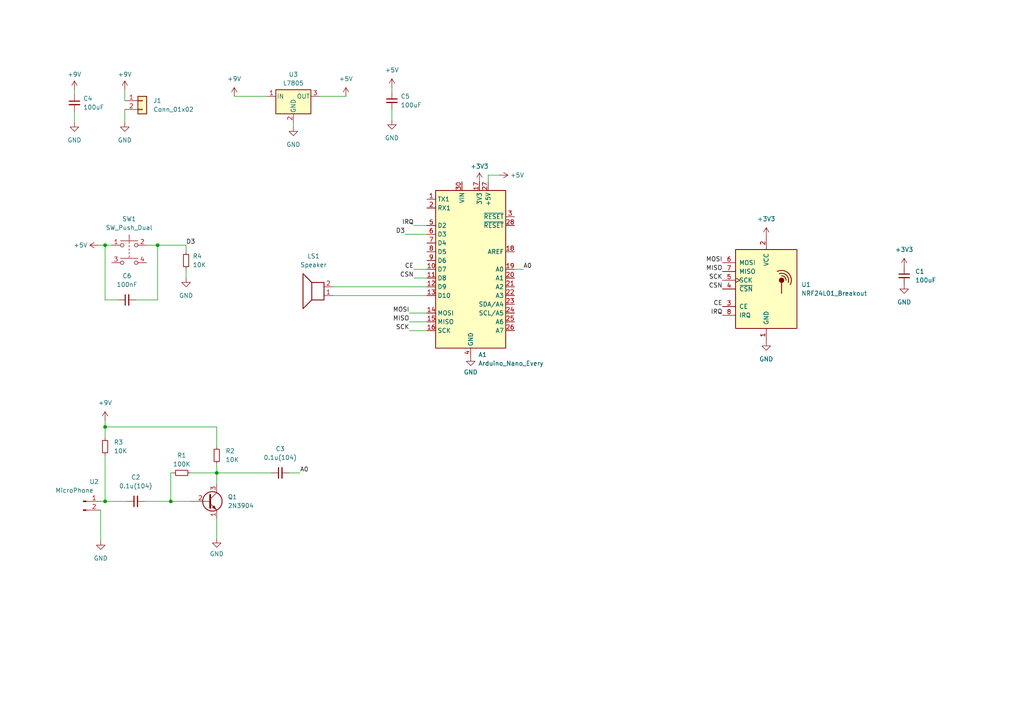
<source format=kicad_sch>
(kicad_sch (version 20230121) (generator eeschema)
  (paper "A4")
  (lib_symbols
    (symbol "Connector:Conn_01x02_Pin" (pin_names (offset 1.016) hide)
      (property "Reference" "J" (at 0 2.54 0))
      (property "Value" "Conn_01x02_Pin" (at 0 -5.08 0))
      (symbol "Conn_01x02_Pin_1_1"
        (polyline (pts (xy 1.27 -2.54) (xy 0.8636 -2.54)) (stroke (width 0.1524)))
        (polyline (pts (xy 1.27 0) (xy 0.8636 0)) (stroke (width 0.1524)))
        (rectangle (start 0.8636 -2.413) (end 0 -2.667) (stroke (width 0.1524)) (fill (type outline)))
        (rectangle (start 0.8636 0.127) (end 0 -0.127) (stroke (width 0.1524)) (fill (type outline)))
        (pin passive line (at 5.08 0 180) (length 3.81) (name "Pin_1") (number "1"))
        (pin passive line (at 5.08 -2.54 180) (length 3.81) (name "Pin_2") (number "2"))
      )
    )
    (symbol "Connector_Generic:Conn_01x02" (pin_names (offset 1.016) hide)
      (property "Reference" "J" (at 0 2.54 0))
      (property "Value" "Conn_01x02" (at 0 -5.08 0))
      (symbol "Conn_01x02_1_1"
        (rectangle (start -1.27 -2.413) (end 0 -2.667) (stroke (width 0.1524)))
        (rectangle (start -1.27 0.127) (end 0 -0.127) (stroke (width 0.1524)))
        (rectangle (start -1.27 1.27) (end 1.27 -3.81) (stroke (width 0.254)) (fill (type background)))
        (pin passive line (at -5.08 0 0) (length 3.81) (name "Pin_1") (number "1"))
        (pin passive line (at -5.08 -2.54 0) (length 3.81) (name "Pin_2") (number "2"))
      )
    )
    (symbol "Device:C_Small" (pin_numbers hide) (pin_names (offset 0.254) hide)
      (property "Reference" "C" (at 0.254 1.778 0))
      (property "Value" "C_Small" (at 0.254 -2.032 0))
      (symbol "C_Small_0_1"
        (polyline (pts (xy -1.524 -0.508) (xy 1.524 -0.508)) (stroke (width 0.3302)))
        (polyline (pts (xy -1.524 0.508) (xy 1.524 0.508)) (stroke (width 0.3048)))
      )
      (symbol "C_Small_1_1"
        (pin passive line (at 0 2.54 270) (length 2.032) (name "~") (number "1"))
        (pin passive line (at 0 -2.54 90) (length 2.032) (name "~") (number "2"))
      )
    )
    (symbol "Device:R_Small" (pin_numbers hide) (pin_names (offset 0.254) hide)
      (property "Reference" "R" (at 0.762 0.508 0))
      (property "Value" "R_Small" (at 0.762 -1.016 0))
      (symbol "R_Small_0_1"
        (rectangle (start -0.762 1.778) (end 0.762 -1.778) (stroke (width 0.2032)))
      )
      (symbol "R_Small_1_1"
        (pin passive line (at 0 2.54 270) (length 0.762) (name "~") (number "1"))
        (pin passive line (at 0 -2.54 90) (length 0.762) (name "~") (number "2"))
      )
    )
    (symbol "Device:Speaker" (pin_names (offset 0) hide)
      (property "Reference" "LS" (at 1.27 5.715 0))
      (property "Value" "Speaker" (at 1.27 3.81 0))
      (symbol "Speaker_0_0"
        (rectangle (start -2.54 1.27) (end 1.016 -3.81) (stroke (width 0.254)))
        (polyline (pts (xy 1.016 1.27) (xy 3.556 3.81) (xy 3.556 -6.35) (xy 1.016 -3.81)) (stroke (width 0.254)))
      )
      (symbol "Speaker_1_1"
        (pin input line (at -5.08 0 0) (length 2.54) (name "1") (number "1"))
        (pin input line (at -5.08 -2.54 0) (length 2.54) (name "2") (number "2"))
      )
    )
    (symbol "MCU_Module:Arduino_Nano_Every"
      (property "Reference" "A" (at -10.16 23.495 0))
      (property "Value" "Arduino_Nano_Every" (at 5.08 -24.13 0))
      (symbol "Arduino_Nano_Every_0_1"
        (rectangle (start -10.16 22.86) (end 10.16 -22.86) (stroke (width 0.254)) (fill (type background)))
      )
      (symbol "Arduino_Nano_Every_1_1"
        (pin bidirectional line (at -12.7 20.32 0) (length 2.54) (name "TX1") (number "1"))
        (pin bidirectional line (at -12.7 0 0) (length 2.54) (name "D7") (number "10"))
        (pin bidirectional line (at -12.7 -2.54 0) (length 2.54) (name "D8") (number "11"))
        (pin bidirectional line (at -12.7 -5.08 0) (length 2.54) (name "D9") (number "12"))
        (pin bidirectional line (at -12.7 -7.62 0) (length 2.54) (name "D10") (number "13"))
        (pin bidirectional line (at -12.7 -12.7 0) (length 2.54) (name "MOSI") (number "14"))
        (pin bidirectional line (at -12.7 -15.24 0) (length 2.54) (name "MISO") (number "15"))
        (pin bidirectional line (at -12.7 -17.78 0) (length 2.54) (name "SCK") (number "16"))
        (pin power_out line (at 2.54 25.4 270) (length 2.54) (name "3V3") (number "17"))
        (pin input line (at 12.7 5.08 180) (length 2.54) (name "AREF") (number "18"))
        (pin bidirectional line (at 12.7 0 180) (length 2.54) (name "A0") (number "19"))
        (pin bidirectional line (at -12.7 17.78 0) (length 2.54) (name "RX1") (number "2"))
        (pin bidirectional line (at 12.7 -2.54 180) (length 2.54) (name "A1") (number "20"))
        (pin bidirectional line (at 12.7 -5.08 180) (length 2.54) (name "A2") (number "21"))
        (pin bidirectional line (at 12.7 -7.62 180) (length 2.54) (name "A3") (number "22"))
        (pin bidirectional line (at 12.7 -10.16 180) (length 2.54) (name "SDA/A4") (number "23"))
        (pin bidirectional line (at 12.7 -12.7 180) (length 2.54) (name "SCL/A5") (number "24"))
        (pin bidirectional line (at 12.7 -15.24 180) (length 2.54) (name "A6") (number "25"))
        (pin bidirectional line (at 12.7 -17.78 180) (length 2.54) (name "A7") (number "26"))
        (pin power_out line (at 5.08 25.4 270) (length 2.54) (name "+5V") (number "27"))
        (pin input line (at 12.7 12.7 180) (length 2.54) (name "~{RESET}") (number "28"))
        (pin passive line (at 0 -25.4 90) (length 2.54) hide (name "GND") (number "29"))
        (pin input line (at 12.7 15.24 180) (length 2.54) (name "~{RESET}") (number "3"))
        (pin power_in line (at -2.54 25.4 270) (length 2.54) (name "VIN") (number "30"))
        (pin power_in line (at 0 -25.4 90) (length 2.54) (name "GND") (number "4"))
        (pin bidirectional line (at -12.7 12.7 0) (length 2.54) (name "D2") (number "5"))
        (pin bidirectional line (at -12.7 10.16 0) (length 2.54) (name "D3") (number "6"))
        (pin bidirectional line (at -12.7 7.62 0) (length 2.54) (name "D4") (number "7"))
        (pin bidirectional line (at -12.7 5.08 0) (length 2.54) (name "D5") (number "8"))
        (pin bidirectional line (at -12.7 2.54 0) (length 2.54) (name "D6") (number "9"))
      )
    )
    (symbol "RF:NRF24L01_Breakout" (pin_names (offset 1.016))
      (property "Reference" "U" (at -8.89 12.7 0))
      (property "Value" "NRF24L01_Breakout" (at 3.81 12.7 0))
      (symbol "NRF24L01_Breakout_0_1"
        (rectangle (start -8.89 11.43) (end 8.89 -11.43) (stroke (width 0.254)) (fill (type background)))
        (polyline (pts (xy 4.445 1.905) (xy 4.445 -1.27)) (stroke (width 0.254)))
        (circle (center 4.445 2.54) (radius 0.635) (stroke (width 0.254)) (fill (type outline)))
        (arc (start 5.715 2.54) (mid 5.3521 3.4546) (end 4.445 3.81) (stroke (width 0.254)))
        (arc (start 6.35 1.905) (mid 5.8763 3.9854) (end 3.81 4.445) (stroke (width 0.254)))
        (arc (start 6.985 1.27) (mid 6.453 4.548) (end 3.175 5.08) (stroke (width 0.254)))
      )
      (symbol "NRF24L01_Breakout_1_1"
        (pin power_in line (at 0 -15.24 90) (length 3.81) (name "GND") (number "1"))
        (pin power_in line (at 0 15.24 270) (length 3.81) (name "VCC") (number "2"))
        (pin input line (at -12.7 -5.08 0) (length 3.81) (name "CE") (number "3"))
        (pin input line (at -12.7 0 0) (length 3.81) (name "~{CSN}") (number "4"))
        (pin input clock (at -12.7 2.54 0) (length 3.81) (name "SCK") (number "5"))
        (pin input line (at -12.7 7.62 0) (length 3.81) (name "MOSI") (number "6"))
        (pin output line (at -12.7 5.08 0) (length 3.81) (name "MISO") (number "7"))
        (pin output line (at -12.7 -7.62 0) (length 3.81) (name "IRQ") (number "8"))
      )
    )
    (symbol "Regulator_Linear:L7805" (pin_names (offset 0.254))
      (property "Reference" "U" (at -3.81 3.175 0))
      (property "Value" "L7805" (at 0 3.175 0))
      (symbol "L7805_0_1"
        (rectangle (start -5.08 1.905) (end 5.08 -5.08) (stroke (width 0.254)) (fill (type background)))
      )
      (symbol "L7805_1_1"
        (pin power_in line (at -7.62 0 0) (length 2.54) (name "IN") (number "1"))
        (pin power_in line (at 0 -7.62 90) (length 2.54) (name "GND") (number "2"))
        (pin power_out line (at 7.62 0 180) (length 2.54) (name "OUT") (number "3"))
      )
    )
    (symbol "Switch:SW_Push_Dual" (pin_names (offset 1.016) hide)
      (property "Reference" "SW" (at 1.27 2.54 0))
      (property "Value" "SW_Push_Dual" (at 0 -6.858 0))
      (symbol "SW_Push_Dual_0_1"
        (circle (center -2.032 -5.08) (radius 0.508))
        (circle (center -2.032 0) (radius 0.508))
        (polyline (pts (xy 0 -3.048) (xy 0 -3.556)))
        (polyline (pts (xy 0 -2.032) (xy 0 -2.54)))
        (polyline (pts (xy 0 -1.524) (xy 0 -1.016)))
        (polyline (pts (xy 0 -0.508) (xy 0 0)))
        (polyline (pts (xy 0 0.508) (xy 0 1.016)))
        (polyline (pts (xy 0 1.27) (xy 0 3.048)))
        (polyline (pts (xy 2.54 -3.81) (xy -2.54 -3.81)))
        (polyline (pts (xy 2.54 1.27) (xy -2.54 1.27)))
        (circle (center 2.032 -5.08) (radius 0.508))
        (circle (center 2.032 0) (radius 0.508))
        (pin passive line (at -5.08 0 0) (length 2.54) (name "1") (number "1"))
        (pin passive line (at 5.08 0 180) (length 2.54) (name "2") (number "2"))
        (pin passive line (at -5.08 -5.08 0) (length 2.54) (name "3") (number "3"))
        (pin passive line (at 5.08 -5.08 180) (length 2.54) (name "4") (number "4"))
      )
    )
    (symbol "Transistor_BJT:2N3904" (pin_names (offset 0) hide)
      (property "Reference" "Q" (at 5.08 1.905 0))
      (property "Value" "2N3904" (at 5.08 0 0))
      (symbol "2N3904_0_1"
        (polyline (pts (xy 0.635 0.635) (xy 2.54 2.54)))
        (polyline (pts (xy 0.635 -0.635) (xy 2.54 -2.54) (xy 2.54 -2.54)))
        (polyline (pts (xy 0.635 1.905) (xy 0.635 -1.905) (xy 0.635 -1.905)) (stroke (width 0.508)))
        (polyline (pts (xy 1.27 -1.778) (xy 1.778 -1.27) (xy 2.286 -2.286) (xy 1.27 -1.778) (xy 1.27 -1.778)) (fill (type outline)))
        (circle (center 1.27 0) (radius 2.8194) (stroke (width 0.254)))
      )
      (symbol "2N3904_1_1"
        (pin passive line (at 2.54 -5.08 90) (length 2.54) (name "E") (number "1"))
        (pin passive line (at -5.08 0 0) (length 5.715) (name "B") (number "2"))
        (pin passive line (at 2.54 5.08 270) (length 2.54) (name "C") (number "3"))
      )
    )
    (symbol "power:+3V3" (power) (pin_names (offset 0))
      (property "Value" "+3V3" (at 0 3.556 0))
      (symbol "+3V3_0_1"
        (polyline (pts (xy -0.762 1.27) (xy 0 2.54)))
        (polyline (pts (xy 0 0) (xy 0 2.54)))
        (polyline (pts (xy 0 2.54) (xy 0.762 1.27)))
      )
      (symbol "+3V3_1_1"
        (pin power_in line (at 0 0 90) (length 0) hide (name "+3V3") (number "1"))
      )
    )
    (symbol "power:+5V" (power) (pin_names (offset 0))
      (property "Value" "+5V" (at 0 3.556 0))
      (symbol "+5V_0_1"
        (polyline (pts (xy -0.762 1.27) (xy 0 2.54)))
        (polyline (pts (xy 0 0) (xy 0 2.54)))
        (polyline (pts (xy 0 2.54) (xy 0.762 1.27)))
      )
      (symbol "+5V_1_1"
        (pin power_in line (at 0 0 90) (length 0) hide (name "+5V") (number "1"))
      )
    )
    (symbol "power:+9V" (power) (pin_names (offset 0))
      (property "Value" "+9V" (at 0 3.556 0))
      (symbol "+9V_0_1"
        (polyline (pts (xy -0.762 1.27) (xy 0 2.54)))
        (polyline (pts (xy 0 0) (xy 0 2.54)))
        (polyline (pts (xy 0 2.54) (xy 0.762 1.27)))
      )
      (symbol "+9V_1_1"
        (pin power_in line (at 0 0 90) (length 0) hide (name "+9V") (number "1"))
      )
    )
    (symbol "power:GND" (power) (pin_names (offset 0))
      (property "Value" "GND" (at 0 -3.81 0))
      (symbol "GND_0_1"
        (polyline (pts (xy 0 0) (xy 0 -1.27) (xy 1.27 -1.27) (xy 0 -2.54) (xy -1.27 -1.27) (xy 0 -1.27)))
      )
      (symbol "GND_1_1"
        (pin power_in line (at 0 0 270) (length 0) hide (name "GND") (number "1"))
      )
    )
  )
  (junction (at 30.48 123.825))
  (junction (at 49.53 145.415))
  (junction (at 62.865 137.16))
  (junction (at 45.72 71.12))
  (junction (at 30.48 71.12))
  (junction (at 30.48 145.415))
  (wire (pts (xy 67.945 27.94) (xy 77.47 27.94)))
  (wire (pts (xy 62.865 137.16) (xy 62.865 134.62)))
  (wire (pts (xy 30.48 123.825) (xy 62.865 123.825)))
  (wire (pts (xy 62.865 137.16) (xy 62.865 140.335)))
  (wire (pts (xy 113.665 31.75) (xy 113.665 34.925)))
  (wire (pts (xy 41.91 145.415) (xy 49.53 145.415)))
  (wire (pts (xy 36.195 26.035) (xy 36.195 29.21)))
  (wire (pts (xy 62.865 137.16) (xy 78.74 137.16)))
  (wire (pts (xy 29.21 145.415) (xy 30.48 145.415)))
  (wire (pts (xy 30.48 123.825) (xy 30.48 127)))
  (wire (pts (xy 30.48 71.12) (xy 30.48 86.995)))
  (wire (pts (xy 55.245 137.16) (xy 62.865 137.16)))
  (wire (pts (xy 113.665 25.4) (xy 113.665 26.67)))
  (wire (pts (xy 50.165 137.16) (xy 49.53 137.16)))
  (wire (pts (xy 28.575 71.12) (xy 30.48 71.12)))
  (wire (pts (xy 30.48 132.08) (xy 30.48 145.415)))
  (wire (pts (xy 62.865 156.21) (xy 62.865 150.495)))
  (wire (pts (xy 96.52 83.185) (xy 123.825 83.185)))
  (wire (pts (xy 49.53 145.415) (xy 49.53 137.16)))
  (wire (pts (xy 30.48 121.92) (xy 30.48 123.825)))
  (wire (pts (xy 141.605 50.8) (xy 141.605 52.705)))
  (wire (pts (xy 21.59 26.035) (xy 21.59 27.305)))
  (wire (pts (xy 120.015 78.105) (xy 123.825 78.105)))
  (wire (pts (xy 120.015 80.645) (xy 123.825 80.645)))
  (wire (pts (xy 39.37 86.995) (xy 45.72 86.995)))
  (wire (pts (xy 45.72 71.12) (xy 53.975 71.12)))
  (wire (pts (xy 118.745 95.885) (xy 123.825 95.885)))
  (wire (pts (xy 100.33 27.94) (xy 92.71 27.94)))
  (wire (pts (xy 96.52 85.725) (xy 123.825 85.725)))
  (wire (pts (xy 53.975 71.12) (xy 53.975 73.025)))
  (wire (pts (xy 21.59 32.385) (xy 21.59 35.56)))
  (wire (pts (xy 30.48 71.12) (xy 32.385 71.12)))
  (wire (pts (xy 85.09 36.83) (xy 85.09 35.56)))
  (wire (pts (xy 30.48 145.415) (xy 36.83 145.415)))
  (wire (pts (xy 42.545 71.12) (xy 45.72 71.12)))
  (wire (pts (xy 118.745 90.805) (xy 123.825 90.805)))
  (wire (pts (xy 30.48 86.995) (xy 34.29 86.995)))
  (wire (pts (xy 86.995 137.16) (xy 83.82 137.16)))
  (wire (pts (xy 49.53 145.415) (xy 55.245 145.415)))
  (wire (pts (xy 151.765 78.105) (xy 149.225 78.105)))
  (wire (pts (xy 144.78 50.8) (xy 141.605 50.8)))
  (wire (pts (xy 45.72 86.995) (xy 45.72 71.12)))
  (wire (pts (xy 29.21 147.955) (xy 29.21 156.845)))
  (wire (pts (xy 118.745 93.345) (xy 123.825 93.345)))
  (wire (pts (xy 53.975 78.105) (xy 53.975 80.645)))
  (wire (pts (xy 36.195 35.56) (xy 36.195 31.75)))
  (wire (pts (xy 120.015 65.405) (xy 123.825 65.405)))
  (wire (pts (xy 117.475 67.945) (xy 123.825 67.945)))
  (wire (pts (xy 62.865 123.825) (xy 62.865 129.54)))
  (label "SCK" (at 118.745 95.885 180))
  (label "CE" (at 120.015 78.105 180))
  (label "A0" (at 151.765 78.105 0))
  (label "MISO" (at 209.55 78.74 180))
  (label "SCK" (at 209.55 81.28 180))
  (label "D3" (at 117.475 67.945 180))
  (label "MOSI" (at 209.55 76.2 180))
  (label "CSN" (at 209.55 83.82 180))
  (label "CSN" (at 120.015 80.645 180))
  (label "CE" (at 209.55 88.9 180))
  (label "A0" (at 86.995 137.16 0))
  (label "IRQ" (at 209.55 91.44 180))
  (label "IRQ" (at 120.015 65.405 180))
  (label "D3" (at 53.975 71.12 0))
  (label "MISO" (at 118.745 93.345 180))
  (label "MOSI" (at 118.745 90.805 180))
  (symbol (lib_id "power:+9V") (at 67.945 27.94 0) (unit 1)
    (property "Reference" "#PWR014" (effects hide))
    (property "Value" "+9V" (at 67.945 22.86 0))
  )
  (symbol (lib_id "Device:Speaker") (at 91.44 85.725 180) (unit 1)
    (property "Reference" "LS1" (at 90.932 74.295 0))
    (property "Value" "Speaker" (at 90.932 76.835 0))
    (property "Footprint" "modFilesUpdated:Connector_Bornier_2" (effects hide))
  )
  (symbol (lib_id "power:GND") (at 85.09 36.83 0) (unit 1)
    (property "Reference" "#PWR015" (effects hide))
    (property "Value" "GND" (at 85.09 41.91 0))
  )
  (symbol (lib_id "power:GND") (at 262.255 82.55 0) (unit 1)
    (property "Reference" "#PWR06" (effects hide))
    (property "Value" "GND" (at 262.255 87.63 0))
  )
  (symbol (lib_id "Device:R_Small") (at 30.48 129.54 180) (unit 1)
    (property "Reference" "R3" (at 33.02 128.27 0) (effects (justify right)))
    (property "Value" "10K" (at 33.02 130.81 0) (effects (justify right)))
    (property "Footprint" "modFilesUpdated:Resistor_small" (effects hide))
  )
  (symbol (lib_id "Device:C_Small") (at 81.28 137.16 90) (unit 1)
    (property "Reference" "C3" (at 81.2863 130.175 90))
    (property "Value" "0.1u(104)" (at 81.2863 132.715 90))
    (property "Footprint" "modFilesUpdated:Capacitor_Disc_Small" (effects hide))
  )
  (symbol (lib_id "Transistor_BJT:2N3904") (at 60.325 145.415 0) (unit 1)
    (property "Reference" "Q1" (at 66.04 144.145 0) (effects (justify left)))
    (property "Value" "2N3904" (at 66.04 146.685 0) (effects (justify left)))
    (property "Footprint" "Package_TO_SOT_THT:TO-92_Inline" (effects hide))
    (property "Datasheet" "https://www.onsemi.com/pub/Collateral/2N3903-D.PDF" (effects hide))
  )
  (symbol (lib_id "power:+9V") (at 21.59 26.035 0) (unit 1)
    (property "Reference" "#PWR012" (effects hide))
    (property "Value" "+9V" (at 21.59 21.59 0))
  )
  (symbol (lib_id "Connector:Conn_01x02_Pin") (at 24.13 145.415 0) (unit 1)
    (property "Reference" "U2" (at 27.305 139.7 0))
    (property "Value" "MicroPhone" (at 21.59 142.24 0))
    (property "Footprint" "modFilesUpdated:mic" (effects hide))
  )
  (symbol (lib_id "power:+5V") (at 28.575 71.12 90) (unit 1)
    (property "Reference" "#PWR020" (effects hide))
    (property "Value" "+5V" (at 25.4 71.12 90) (effects (justify left)))
  )
  (symbol (lib_id "Regulator_Linear:L7805") (at 85.09 27.94 0) (unit 1)
    (property "Reference" "U3" (at 85.09 21.59 0))
    (property "Value" "L7805" (at 85.09 24.13 0))
    (property "Footprint" "modFilesUpdated:Voltage_Regulators" (effects hide))
    (property "Datasheet" "http://www.st.com/content/ccc/resource/technical/document/datasheet/41/4f/b3/b0/12/d4/47/88/CD00000444.pdf/files/CD00000444.pdf/jcr:content/translations/en.CD00000444.pdf" (effects hide))
  )
  (symbol (lib_id "MCU_Module:Arduino_Nano_Every") (at 136.525 78.105 0) (unit 1)
    (property "Reference" "A1" (at 138.7191 102.87 0) (effects (justify left)))
    (property "Value" "Arduino_Nano_Every" (at 138.7191 105.41 0) (effects (justify left)))
    (property "Footprint" "Module:Arduino_Nano" (effects hide))
    (property "Datasheet" "https://content.arduino.cc/assets/NANOEveryV3.0_sch.pdf" (effects hide))
  )
  (symbol (lib_id "power:+5V") (at 144.78 50.8 270) (unit 1)
    (property "Reference" "#PWR019" (effects hide))
    (property "Value" "+5V" (at 147.955 50.8 90) (effects (justify left)))
  )
  (symbol (lib_id "power:GND") (at 113.665 34.925 0) (unit 1)
    (property "Reference" "#PWR018" (effects hide))
    (property "Value" "GND" (at 113.665 40.005 0))
  )
  (symbol (lib_id "power:GND") (at 29.21 156.845 0) (unit 1)
    (property "Reference" "#PWR07" (effects hide))
    (property "Value" "GND" (at 29.21 161.925 0))
  )
  (symbol (lib_id "Switch:SW_Push_Dual") (at 37.465 71.12 0) (unit 1)
    (property "Reference" "SW1" (at 37.465 63.5 0))
    (property "Value" "SW_Push_Dual" (at 37.465 66.04 0))
    (property "Footprint" "modFilesUpdated:tactile_push_button" (effects hide))
  )
  (symbol (lib_id "power:+3V3") (at 139.065 52.705 0) (unit 1)
    (property "Reference" "#PWR02" (effects hide))
    (property "Value" "+3V3" (at 139.065 48.26 0))
  )
  (symbol (lib_id "power:+3V3") (at 222.25 68.58 0) (unit 1)
    (property "Reference" "#PWR03" (effects hide))
    (property "Value" "+3V3" (at 222.25 63.5 0))
  )
  (symbol (lib_id "Device:C_Small") (at 262.255 80.01 0) (unit 1)
    (property "Reference" "C1" (at 265.43 78.7463 0) (effects (justify left)))
    (property "Value" "100uF" (at 265.43 81.2863 0) (effects (justify left)))
    (property "Footprint" "modFilesUpdated:Capacitor_100uF" (effects hide))
  )
  (symbol (lib_id "power:+5V") (at 113.665 25.4 0) (unit 1)
    (property "Reference" "#PWR017" (effects hide))
    (property "Value" "+5V" (at 113.665 20.32 0))
  )
  (symbol (lib_id "power:+9V") (at 36.195 26.035 0) (unit 1)
    (property "Reference" "#PWR010" (effects hide))
    (property "Value" "+9V" (at 36.195 21.59 0))
  )
  (symbol (lib_id "power:GND") (at 53.975 80.645 0) (unit 1)
    (property "Reference" "#PWR021" (effects hide))
    (property "Value" "GND" (at 53.975 85.725 0))
  )
  (symbol (lib_id "RF:NRF24L01_Breakout") (at 222.25 83.82 0) (unit 1)
    (property "Reference" "U1" (at 232.41 82.55 0) (effects (justify left)))
    (property "Value" "NRF24L01_Breakout" (at 232.41 85.09 0) (effects (justify left)))
    (property "Footprint" "RF_Module:nRF24L01_Breakout" (effects hide))
    (property "Datasheet" "http://www.nordicsemi.com/eng/content/download/2730/34105/file/nRF24L01_Product_Specification_v2_0.pdf" (effects hide))
  )
  (symbol (lib_id "power:+5V") (at 100.33 27.94 0) (unit 1)
    (property "Reference" "#PWR016" (effects hide))
    (property "Value" "+5V" (at 100.33 22.86 0))
  )
  (symbol (lib_id "Connector_Generic:Conn_01x02") (at 41.275 29.21 0) (unit 1)
    (property "Reference" "J1" (at 44.45 29.21 0) (effects (justify left)))
    (property "Value" "Conn_01x02" (at 44.45 31.75 0) (effects (justify left)))
    (property "Footprint" "modFilesUpdated:Connector_Bornier_2" (effects hide))
  )
  (symbol (lib_id "power:GND") (at 21.59 35.56 0) (unit 1)
    (property "Reference" "#PWR013" (effects hide))
    (property "Value" "GND" (at 21.59 40.64 0))
  )
  (symbol (lib_id "Device:R_Small") (at 62.865 132.08 180) (unit 1)
    (property "Reference" "R2" (at 65.405 130.81 0) (effects (justify right)))
    (property "Value" "10K" (at 65.405 133.35 0) (effects (justify right)))
    (property "Footprint" "modFilesUpdated:Resistor_small" (effects hide))
  )
  (symbol (lib_id "power:+3V3") (at 262.255 77.47 0) (unit 1)
    (property "Reference" "#PWR05" (effects hide))
    (property "Value" "+3V3" (at 262.255 72.39 0))
  )
  (symbol (lib_id "Device:R_Small") (at 52.705 137.16 90) (unit 1)
    (property "Reference" "R1" (at 52.705 132.08 90))
    (property "Value" "100K" (at 52.705 134.62 90))
    (property "Footprint" "modFilesUpdated:Resistor_small" (effects hide))
  )
  (symbol (lib_id "power:GND") (at 136.525 103.505 0) (unit 1)
    (property "Reference" "#PWR01" (effects hide))
    (property "Value" "GND" (at 136.525 107.95 0))
  )
  (symbol (lib_id "power:GND") (at 62.865 156.21 0) (unit 1)
    (property "Reference" "#PWR08" (effects hide))
    (property "Value" "GND" (at 62.865 160.655 0))
  )
  (symbol (lib_id "Device:C_Small") (at 21.59 29.845 0) (unit 1)
    (property "Reference" "C4" (at 24.13 28.5813 0) (effects (justify left)))
    (property "Value" "100uF" (at 24.13 31.1213 0) (effects (justify left)))
    (property "Footprint" "modFilesUpdated:Capacitor_100uF" (effects hide))
  )
  (symbol (lib_id "power:GND") (at 222.25 99.06 0) (unit 1)
    (property "Reference" "#PWR04" (effects hide))
    (property "Value" "GND" (at 222.25 104.14 0))
  )
  (symbol (lib_id "Device:C_Small") (at 36.83 86.995 90) (unit 1)
    (property "Reference" "C6" (at 36.8363 80.01 90))
    (property "Value" "100nF" (at 36.8363 82.55 90))
    (property "Footprint" "modFilesUpdated:Capacitor_Disc_Small" (effects hide))
  )
  (symbol (lib_id "Device:R_Small") (at 53.975 75.565 0) (unit 1)
    (property "Reference" "R4" (at 55.88 74.295 0) (effects (justify left)))
    (property "Value" "10K" (at 55.88 76.835 0) (effects (justify left)))
    (property "Footprint" "modFilesUpdated:Resistor_small" (effects hide))
  )
  (symbol (lib_id "power:+9V") (at 30.48 121.92 0) (unit 1)
    (property "Reference" "#PWR09" (effects hide))
    (property "Value" "+9V" (at 30.48 116.84 0))
  )
  (symbol (lib_id "Device:C_Small") (at 39.37 145.415 90) (unit 1)
    (property "Reference" "C2" (at 39.3763 138.43 90))
    (property "Value" "0.1u(104)" (at 39.3763 140.97 90))
    (property "Footprint" "modFilesUpdated:Capacitor_Disc_Small" (effects hide))
  )
  (symbol (lib_id "Device:C_Small") (at 113.665 29.21 0) (unit 1)
    (property "Reference" "C5" (at 116.205 27.9463 0) (effects (justify left)))
    (property "Value" "100uF" (at 116.205 30.4863 0) (effects (justify left)))
    (property "Footprint" "modFilesUpdated:Capacitor_100uF" (effects hide))
  )
  (symbol (lib_id "power:GND") (at 36.195 35.56 0) (unit 1)
    (property "Reference" "#PWR011" (effects hide))
    (property "Value" "GND" (at 36.195 40.64 0))
  )
)
</source>
